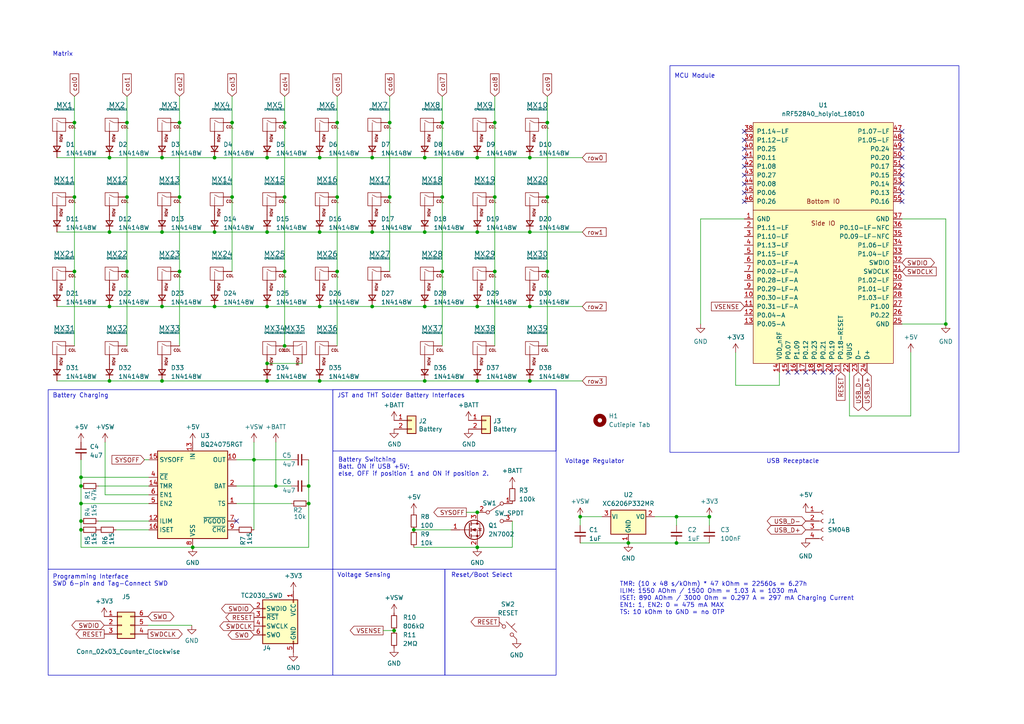
<source format=kicad_sch>
(kicad_sch (version 20230121) (generator eeschema)
  (paper "A4")
  (junction (at 23.495 151.13))
  (junction (at 113.03 35.56))
  (junction (at 128.27 57.15))
  (junction (at 123.19 110.49))
  (junction (at 23.495 153.67))
  (junction (at 120.015 153.67))
  (junction (at 138.43 110.49))
  (junction (at 128.27 78.74))
  (junction (at 52.07 35.56))
  (junction (at 274.32 93.98))
  (junction (at 123.19 67.31))
  (junction (at 153.67 67.31))
  (junction (at 62.23 67.31))
  (junction (at 36.83 57.15))
  (junction (at 182.245 157.48))
  (junction (at 80.01 140.97))
  (junction (at 143.51 57.15))
  (junction (at 138.43 148.59))
  (junction (at 138.43 88.9))
  (junction (at 36.83 78.74))
  (junction (at 113.03 57.15))
  (junction (at 46.99 88.9))
  (junction (at 92.71 67.31))
  (junction (at 31.75 88.9))
  (junction (at 21.59 78.74))
  (junction (at 97.79 35.56))
  (junction (at 77.47 45.72))
  (junction (at 82.55 78.74))
  (junction (at 31.75 45.72))
  (junction (at 196.215 149.86))
  (junction (at 52.07 78.74))
  (junction (at 82.55 57.15))
  (junction (at 73.66 133.35))
  (junction (at 36.83 35.56))
  (junction (at 168.275 149.86))
  (junction (at 107.95 88.9))
  (junction (at 123.19 88.9))
  (junction (at 107.95 45.72))
  (junction (at 97.79 78.74))
  (junction (at 158.75 57.15))
  (junction (at 205.74 149.86))
  (junction (at 67.31 57.15))
  (junction (at 92.71 88.9))
  (junction (at 123.19 45.72))
  (junction (at 62.23 88.9))
  (junction (at 114.3 182.88))
  (junction (at 92.71 45.72))
  (junction (at 31.75 67.31))
  (junction (at 97.79 57.15))
  (junction (at 77.47 110.49))
  (junction (at 89.535 140.97))
  (junction (at 67.31 35.56))
  (junction (at 77.47 67.31))
  (junction (at 82.55 100.33))
  (junction (at 23.495 138.43))
  (junction (at 55.88 158.75))
  (junction (at 21.59 35.56))
  (junction (at 92.71 110.49))
  (junction (at 23.495 146.05))
  (junction (at 46.99 67.31))
  (junction (at 138.43 45.72))
  (junction (at 23.495 140.97))
  (junction (at 21.59 57.15))
  (junction (at 138.43 67.31))
  (junction (at 62.23 45.72))
  (junction (at 77.47 88.9))
  (junction (at 143.51 78.74))
  (junction (at 89.535 146.05))
  (junction (at 158.75 35.56))
  (junction (at 128.27 35.56))
  (junction (at 52.07 57.15))
  (junction (at 143.51 35.56))
  (junction (at 82.55 35.56))
  (junction (at 196.215 157.48))
  (junction (at 153.67 88.9))
  (junction (at 153.67 110.49))
  (junction (at 107.95 67.31))
  (junction (at 77.47 105.41))
  (junction (at 31.75 110.49))
  (junction (at 153.67 45.72))
  (junction (at 158.75 78.74))
  (junction (at 138.43 158.75))
  (junction (at 46.99 45.72))
  (junction (at 46.99 110.49))
  (no_connect (at 215.9 58.42))
  (no_connect (at 215.9 45.72))
  (no_connect (at 231.14 107.95))
  (no_connect (at 261.62 43.18))
  (no_connect (at 261.62 58.42))
  (no_connect (at 238.76 107.95))
  (no_connect (at 228.6 107.95))
  (no_connect (at 261.62 40.64))
  (no_connect (at 236.22 107.95))
  (no_connect (at 261.62 38.1))
  (no_connect (at 215.9 43.18))
  (no_connect (at 261.62 45.72))
  (no_connect (at 215.9 40.64))
  (no_connect (at 215.9 50.8))
  (no_connect (at 261.62 53.34))
  (no_connect (at 261.62 55.88))
  (no_connect (at 233.68 107.95))
  (no_connect (at 215.9 38.1))
  (no_connect (at 215.9 55.88))
  (no_connect (at 261.62 48.26))
  (no_connect (at 215.9 48.26))
  (no_connect (at 241.3 107.95))
  (no_connect (at 215.9 53.34))
  (no_connect (at 68.58 151.13))
  (no_connect (at 261.62 50.8))
  (wire (pts (xy 246.38 120.65) (xy 264.16 120.65)))
  (wire (pts (xy 153.67 67.31) (xy 138.43 67.31)))
  (wire (pts (xy 16.51 88.9) (xy 31.75 88.9)))
  (wire (pts (xy 36.83 35.56) (xy 36.83 57.15)))
  (wire (pts (xy 46.99 45.72) (xy 62.23 45.72)))
  (wire (pts (xy 111.125 182.88) (xy 114.3 182.88)))
  (wire (pts (xy 97.79 57.15) (xy 97.79 78.74)))
  (wire (pts (xy 67.31 35.56) (xy 67.31 57.15)))
  (wire (pts (xy 148.59 158.75) (xy 138.43 158.75)))
  (wire (pts (xy 43.18 146.05) (xy 23.495 146.05)))
  (wire (pts (xy 261.62 93.98) (xy 274.32 93.98)))
  (wire (pts (xy 213.36 102.235) (xy 213.36 111.76)))
  (wire (pts (xy 28.575 151.13) (xy 43.18 151.13)))
  (wire (pts (xy 77.47 110.49) (xy 92.71 110.49)))
  (wire (pts (xy 77.47 105.41) (xy 87.63 105.41)))
  (wire (pts (xy 138.43 45.72) (xy 153.67 45.72)))
  (wire (pts (xy 80.01 140.97) (xy 84.455 140.97)))
  (wire (pts (xy 23.495 151.13) (xy 23.495 153.67)))
  (wire (pts (xy 123.19 45.72) (xy 138.43 45.72)))
  (wire (pts (xy 82.55 35.56) (xy 82.55 57.15)))
  (wire (pts (xy 97.79 27.94) (xy 97.79 35.56)))
  (wire (pts (xy 52.07 78.74) (xy 52.07 100.33)))
  (wire (pts (xy 143.51 27.94) (xy 143.51 35.56)))
  (wire (pts (xy 52.07 35.56) (xy 52.07 57.15)))
  (wire (pts (xy 153.67 88.9) (xy 168.91 88.9)))
  (wire (pts (xy 30.48 143.51) (xy 30.48 128.27)))
  (wire (pts (xy 107.95 67.31) (xy 92.71 67.31)))
  (wire (pts (xy 128.27 27.94) (xy 128.27 35.56)))
  (wire (pts (xy 196.215 149.86) (xy 196.215 152.4)))
  (wire (pts (xy 21.59 35.56) (xy 21.59 57.15)))
  (wire (pts (xy 67.31 57.15) (xy 67.31 78.74)))
  (wire (pts (xy 23.495 133.35) (xy 23.495 138.43)))
  (wire (pts (xy 123.19 88.9) (xy 138.43 88.9)))
  (wire (pts (xy 23.495 140.97) (xy 23.495 138.43)))
  (wire (pts (xy 138.43 88.9) (xy 153.67 88.9)))
  (wire (pts (xy 46.99 110.49) (xy 77.47 110.49)))
  (wire (pts (xy 107.95 88.9) (xy 123.19 88.9)))
  (wire (pts (xy 158.75 35.56) (xy 158.75 57.15)))
  (wire (pts (xy 92.71 110.49) (xy 123.19 110.49)))
  (wire (pts (xy 31.75 45.72) (xy 46.99 45.72)))
  (wire (pts (xy 52.07 57.15) (xy 52.07 78.74)))
  (wire (pts (xy 92.71 88.9) (xy 107.95 88.9)))
  (wire (pts (xy 168.275 149.86) (xy 174.625 149.86)))
  (wire (pts (xy 168.275 157.48) (xy 182.245 157.48)))
  (wire (pts (xy 31.75 88.9) (xy 46.99 88.9)))
  (wire (pts (xy 168.91 67.31) (xy 153.67 67.31)))
  (wire (pts (xy 68.58 146.05) (xy 84.455 146.05)))
  (wire (pts (xy 16.51 45.72) (xy 31.75 45.72)))
  (wire (pts (xy 158.75 27.94) (xy 158.75 35.56)))
  (wire (pts (xy 92.71 67.31) (xy 77.47 67.31)))
  (wire (pts (xy 153.67 110.49) (xy 168.91 110.49)))
  (wire (pts (xy 62.23 67.31) (xy 46.99 67.31)))
  (wire (pts (xy 62.23 88.9) (xy 77.47 88.9)))
  (wire (pts (xy 23.495 138.43) (xy 43.18 138.43)))
  (wire (pts (xy 77.47 88.9) (xy 92.71 88.9)))
  (wire (pts (xy 89.535 140.97) (xy 89.535 146.05)))
  (wire (pts (xy 92.71 45.72) (xy 107.95 45.72)))
  (wire (pts (xy 77.47 67.31) (xy 62.23 67.31)))
  (wire (pts (xy 143.51 57.15) (xy 143.51 78.74)))
  (wire (pts (xy 182.245 157.48) (xy 196.215 157.48)))
  (wire (pts (xy 43.18 143.51) (xy 30.48 143.51)))
  (wire (pts (xy 215.9 63.5) (xy 203.2 63.5)))
  (wire (pts (xy 62.23 45.72) (xy 77.47 45.72)))
  (wire (pts (xy 189.865 149.86) (xy 196.215 149.86)))
  (wire (pts (xy 21.59 78.74) (xy 21.59 100.33)))
  (wire (pts (xy 143.51 78.74) (xy 143.51 100.33)))
  (wire (pts (xy 52.07 27.94) (xy 52.07 35.56)))
  (wire (pts (xy 36.83 27.94) (xy 36.83 35.56)))
  (wire (pts (xy 89.535 133.35) (xy 89.535 140.97)))
  (wire (pts (xy 23.495 146.05) (xy 23.495 151.13)))
  (wire (pts (xy 274.32 93.98) (xy 274.32 63.5)))
  (wire (pts (xy 107.95 45.72) (xy 123.19 45.72)))
  (wire (pts (xy 89.535 146.05) (xy 89.535 158.75)))
  (wire (pts (xy 113.03 35.56) (xy 113.03 57.15)))
  (wire (pts (xy 196.215 149.86) (xy 205.74 149.86)))
  (wire (pts (xy 73.66 133.35) (xy 84.455 133.35)))
  (wire (pts (xy 41.91 133.35) (xy 43.18 133.35)))
  (wire (pts (xy 68.58 140.97) (xy 80.01 140.97)))
  (wire (pts (xy 82.55 78.74) (xy 82.55 100.33)))
  (wire (pts (xy 16.51 110.49) (xy 31.75 110.49)))
  (wire (pts (xy 128.27 57.15) (xy 128.27 78.74)))
  (wire (pts (xy 213.36 111.76) (xy 226.06 111.76)))
  (wire (pts (xy 82.55 27.94) (xy 82.55 35.56)))
  (wire (pts (xy 68.58 133.35) (xy 73.66 133.35)))
  (wire (pts (xy 120.015 158.75) (xy 138.43 158.75)))
  (wire (pts (xy 274.32 63.5) (xy 261.62 63.5)))
  (wire (pts (xy 246.38 107.95) (xy 246.38 120.65)))
  (wire (pts (xy 158.75 57.15) (xy 158.75 78.74)))
  (wire (pts (xy 143.51 35.56) (xy 143.51 57.15)))
  (wire (pts (xy 89.535 158.75) (xy 55.88 158.75)))
  (wire (pts (xy 28.575 140.97) (xy 43.18 140.97)))
  (wire (pts (xy 113.03 57.15) (xy 113.03 78.74)))
  (wire (pts (xy 158.75 78.74) (xy 158.75 100.33)))
  (wire (pts (xy 226.06 107.95) (xy 226.06 111.76)))
  (wire (pts (xy 128.27 35.56) (xy 128.27 57.15)))
  (wire (pts (xy 55.88 158.75) (xy 23.495 158.75)))
  (wire (pts (xy 46.99 67.31) (xy 31.75 67.31)))
  (wire (pts (xy 168.275 149.86) (xy 168.275 152.4)))
  (wire (pts (xy 31.75 67.31) (xy 16.51 67.31)))
  (wire (pts (xy 46.99 88.9) (xy 62.23 88.9)))
  (wire (pts (xy 128.27 78.74) (xy 128.27 100.33)))
  (wire (pts (xy 73.66 133.35) (xy 73.66 153.67)))
  (wire (pts (xy 67.31 27.94) (xy 67.31 35.56)))
  (wire (pts (xy 73.66 128.27) (xy 73.66 133.35)))
  (wire (pts (xy 36.83 78.74) (xy 36.83 100.33)))
  (wire (pts (xy 148.59 151.13) (xy 148.59 158.75)))
  (wire (pts (xy 203.2 63.5) (xy 203.2 93.98)))
  (wire (pts (xy 31.75 110.49) (xy 46.99 110.49)))
  (wire (pts (xy 97.79 35.56) (xy 97.79 57.15)))
  (wire (pts (xy 113.03 27.94) (xy 113.03 35.56)))
  (wire (pts (xy 33.655 153.67) (xy 43.18 153.67)))
  (wire (pts (xy 123.19 110.49) (xy 138.43 110.49)))
  (wire (pts (xy 36.83 57.15) (xy 36.83 78.74)))
  (wire (pts (xy 135.255 148.59) (xy 138.43 148.59)))
  (wire (pts (xy 80.01 140.97) (xy 80.01 128.27)))
  (wire (pts (xy 123.19 67.31) (xy 107.95 67.31)))
  (wire (pts (xy 77.47 45.72) (xy 92.71 45.72)))
  (wire (pts (xy 153.67 45.72) (xy 168.91 45.72)))
  (wire (pts (xy 42.926 181.356) (xy 55.626 181.356)))
  (wire (pts (xy 21.59 57.15) (xy 21.59 78.74)))
  (wire (pts (xy 120.015 153.67) (xy 130.81 153.67)))
  (wire (pts (xy 264.16 102.235) (xy 264.16 120.65)))
  (wire (pts (xy 21.59 27.94) (xy 21.59 35.56)))
  (wire (pts (xy 23.495 140.97) (xy 23.495 146.05)))
  (wire (pts (xy 196.215 157.48) (xy 205.74 157.48)))
  (wire (pts (xy 23.495 158.75) (xy 23.495 153.67)))
  (wire (pts (xy 205.74 149.86) (xy 205.74 152.4)))
  (wire (pts (xy 97.79 78.74) (xy 97.79 100.33)))
  (wire (pts (xy 138.43 67.31) (xy 123.19 67.31)))
  (wire (pts (xy 82.55 57.15) (xy 82.55 78.74)))
  (wire (pts (xy 138.43 110.49) (xy 153.67 110.49)))
  (rectangle (start 13.97 113.03) (end 96.52 165.1))
  (rectangle (start 96.52 113.03) (end 161.29 130.81))
  (rectangle (start 96.52 165.1) (end 129.032 195.834))
  (rectangle (start 194.31 19.05) (end 278.13 131.191))
  (rectangle (start 13.97 165.1) (end 96.52 195.834))
  (rectangle (start 129.032 165.1) (end 161.29 195.834))
  (rectangle (start 96.52 113.03) (end 161.29 165.1))
  (text "MCU Module\n" (at 195.58 22.86 0) (effects (font (size 1.27 1.27)) (justify left bottom)))
  (text "Reset/Boot Select\n" (at 130.81 167.64 0) (effects (font (size 1.27 1.27)) (justify left bottom)))
  (text "Programming Interface\nSWD 6-pin and Tag-Connect SWD" (at 15.24 170.18 0) (effects (font (size 1.27 1.27)) (justify left bottom)))
  (text "Matrix" (at 15.24 16.51 0) (effects (font (size 1.27 1.27)) (justify left bottom)))
  (text "JST and THT Solder Battery Interfaces\n" (at 97.79 115.57 0) (effects (font (size 1.27 1.27)) (justify left bottom)))
  (text "TMR: (10 x 48 s/kOhm) * 47 kOhm = 22560s = 6.27h\nILIM: 1550 AOhm / 1500 Ohm = 1.03 A = 1030 mA\nISET: 890 AOhm / 3000 Ohm = 0.297 A = 297 mA Charging Current\nEN1: 1, EN2: 0 = 475 mA MAX\nTS: 10 kOhm to GND = no OTP" (at 179.705 178.435 0) (effects (font (size 1.27 1.27)) (justify left bottom)))
  (text "USB Receptacle" (at 222.25 134.62 0) (effects (font (size 1.27 1.27)) (justify left bottom)))
  (text "Voltage Sensing" (at 97.79 167.64 0) (effects (font (size 1.27 1.27)) (justify left bottom)))
  (text "Battery Charging" (at 15.24 115.57 0) (effects (font (size 1.27 1.27)) (justify left bottom)))
  (text "Battery Switching\nBatt. ON if USB +5V;\nelse, OFF if position 1 and ON if position 2." (at 98.044 138.303 0) (effects (font (size 1.27 1.27)) (justify left bottom)))
  (text "Voltage Regulator\n" (at 163.83 134.62 0) (effects (font (size 1.27 1.27)) (justify left bottom)))
  (global_label "col1" (shape input) (at 36.83 27.94 90) (property "Intersheetrefs" "${INTERSHEET_REFS}" (effects hide)))
  (global_label "col5" (shape input) (at 311.15 41.91 0) (property "Intersheetrefs" "${INTERSHEET_REFS}" (effects hide)))
  (global_label "USB_D-" (shape bidirectional) (at 248.92 107.95 270) (property "Intersheetrefs" "${INTERSHEET_REFS}" (effects hide)))
  (global_label "col1" (shape input) (at 311.15 26.67 0) (property "Intersheetrefs" "${INTERSHEET_REFS}" (effects hide)))
  (global_label "col7" (shape input) (at 128.27 27.94 90) (property "Intersheetrefs" "${INTERSHEET_REFS}" (effects hide)))
  (global_label "RESET" (shape output) (at 30.226 183.896 180) (property "Intersheetrefs" "${INTERSHEET_REFS}" (effects hide)))
  (global_label "SWDCLK" (shape output) (at 73.66 181.61 180) (property "Intersheetrefs" "${INTERSHEET_REFS}" (effects hide)))
  (global_label "col0" (shape input) (at 311.15 22.86 0) (property "Intersheetrefs" "${INTERSHEET_REFS}" (effects hide)))
  (global_label "col3" (shape input) (at 67.31 27.94 90) (property "Intersheetrefs" "${INTERSHEET_REFS}" (effects hide)))
  (global_label "col5" (shape input) (at 97.79 27.94 90) (property "Intersheetrefs" "${INTERSHEET_REFS}" (effects hide)))
  (global_label "col9" (shape input) (at 311.15 57.15 0) (property "Intersheetrefs" "${INTERSHEET_REFS}" (effects hide)))
  (global_label "USB_D+" (shape bidirectional) (at 233.68 153.67 180) (property "Intersheetrefs" "${INTERSHEET_REFS}" (effects hide)))
  (global_label "row1" (shape input) (at 168.91 67.31 0) (property "Intersheetrefs" "${INTERSHEET_REFS}" (effects hide)))
  (global_label "row3" (shape input) (at 168.91 110.49 0) (property "Intersheetrefs" "${INTERSHEET_REFS}" (effects hide)))
  (global_label "VSENSE" (shape input) (at 215.9 88.9 180) (property "Intersheetrefs" "${INTERSHEET_REFS}" (effects hide)))
  (global_label "col2" (shape input) (at 52.07 27.94 90) (property "Intersheetrefs" "${INTERSHEET_REFS}" (effects hide)))
  (global_label "SWDCLK" (shape input) (at 261.62 78.74 0) (property "Intersheetrefs" "${INTERSHEET_REFS}" (effects hide)))
  (global_label "col3" (shape input) (at 311.15 34.29 0) (property "Intersheetrefs" "${INTERSHEET_REFS}" (effects hide)))
  (global_label "SWO" (shape bidirectional) (at 73.66 184.15 180) (property "Intersheetrefs" "${INTERSHEET_REFS}" (effects hide)))
  (global_label "USB_D-" (shape bidirectional) (at 233.68 151.13 180) (property "Intersheetrefs" "${INTERSHEET_REFS}" (effects hide)))
  (global_label "VSENSE" (shape output) (at 111.125 182.88 180) (property "Intersheetrefs" "${INTERSHEET_REFS}" (effects hide)))
  (global_label "row0" (shape input) (at 168.91 45.72 0) (property "Intersheetrefs" "${INTERSHEET_REFS}" (effects hide)))
  (global_label "row2" (shape input) (at 168.91 88.9 0) (property "Intersheetrefs" "${INTERSHEET_REFS}" (effects hide)))
  (global_label "SWO" (shape bidirectional) (at 42.926 178.816 0) (property "Intersheetrefs" "${INTERSHEET_REFS}" (effects hide)))
  (global_label "row1" (shape input) (at 323.85 26.67 0) (property "Intersheetrefs" "${INTERSHEET_REFS}" (effects hide)))
  (global_label "SYSOFF" (shape output) (at 135.255 148.59 180) (property "Intersheetrefs" "${INTERSHEET_REFS}" (effects hide)))
  (global_label "col8" (shape input) (at 143.51 27.94 90) (property "Intersheetrefs" "${INTERSHEET_REFS}" (effects hide)))
  (global_label "USB_D+" (shape bidirectional) (at 251.46 107.95 270) (property "Intersheetrefs" "${INTERSHEET_REFS}" (effects hide)))
  (global_label "col6" (shape input) (at 311.15 45.72 0) (property "Intersheetrefs" "${INTERSHEET_REFS}" (effects hide)))
  (global_label "row0" (shape input) (at 323.85 22.86 0) (property "Intersheetrefs" "${INTERSHEET_REFS}" (effects hide)))
  (global_label "col7" (shape input) (at 311.15 49.53 0) (property "Intersheetrefs" "${INTERSHEET_REFS}" (effects hide)))
  (global_label "col2" (shape input) (at 311.15 30.48 0) (property "Intersheetrefs" "${INTERSHEET_REFS}" (effects hide)))
  (global_label "col9" (shape input) (at 158.75 27.94 90) (property "Intersheetrefs" "${INTERSHEET_REFS}" (effects hide)))
  (global_label "col4" (shape input) (at 311.15 38.1 0) (property "Intersheetrefs" "${INTERSHEET_REFS}" (effects hide)))
  (global_label "SWDCLK" (shape output) (at 42.926 183.896 0) (property "Intersheetrefs" "${INTERSHEET_REFS}" (effects hide)))
  (global_label "RESET" (shape output) (at 144.78 180.34 180) (property "Intersheetrefs" "${INTERSHEET_REFS}" (effects hide)))
  (global_label "row3" (shape input) (at 323.85 34.29 0) (property "Intersheetrefs" "${INTERSHEET_REFS}" (effects hide)))
  (global_label "RESET" (shape output) (at 73.66 179.07 180) (property "Intersheetrefs" "${INTERSHEET_REFS}" (effects hide)))
  (global_label "RESET" (shape input) (at 243.84 107.95 270) (property "Intersheetrefs" "${INTERSHEET_REFS}" (effects hide)))
  (global_label "SWDIO" (shape bidirectional) (at 30.226 181.356 180) (property "Intersheetrefs" "${INTERSHEET_REFS}" (effects hide)))
  (global_label "SYSOFF" (shape input) (at 41.91 133.35 180) (property "Intersheetrefs" "${INTERSHEET_REFS}" (effects hide)))
  (global_label "row2" (shape input) (at 323.85 30.48 0) (property "Intersheetrefs" "${INTERSHEET_REFS}" (effects hide)))
  (global_label "col0" (shape input) (at 21.59 27.94 90) (property "Intersheetrefs" "${INTERSHEET_REFS}" (effects hide)))
  (global_label "col8" (shape input) (at 311.15 53.34 0) (property "Intersheetrefs" "${INTERSHEET_REFS}" (effects hide)))
  (global_label "SWDIO" (shape bidirectional) (at 73.66 176.53 180) (property "Intersheetrefs" "${INTERSHEET_REFS}" (effects hide)))
  (global_label "col6" (shape input) (at 113.03 27.94 90) (property "Intersheetrefs" "${INTERSHEET_REFS}" (effects hide)))
  (global_label "SWDIO" (shape bidirectional) (at 261.62 76.2 0) (property "Intersheetrefs" "${INTERSHEET_REFS}" (effects hide)))
  (global_label "col4" (shape input) (at 82.55 27.94 90) (property "Intersheetrefs" "${INTERSHEET_REFS}" (effects hide)))
  (symbol (lib_id "Device:D_Small") (at 153.67 107.95 90) (unit 1)
    (property "Reference" "D38" (at 156.21 106.68 90) (effects (justify right)))
    (property "Value" "1N4148W" (at 156.21 109.22 90) (effects (justify right)))
    (property "Footprint" "Diode_SMD:D_SOD-123" (effects hide))
  )
  (symbol (lib_id "Device:R_Small") (at 114.3 180.34 0) (unit 1)
    (property "Reference" "R10" (at 116.84 179.0699 0) (effects (justify left)))
    (property "Value" "806kΩ" (at 116.84 181.6099 0) (effects (justify left)))
    (property "Footprint" "Resistor_SMD:R_0402_1005Metric" (effects hide))
    (property "LCSC" "C3016043" (effects hide))
  )
  (symbol (lib_id "Switch:SW_SPDT") (at 143.51 148.59 0) (unit 1)
    (property "Reference" "SW1" (at 141.986 145.923 0))
    (property "Value" "SW_SPDT" (at 147.701 148.844 0))
    (property "Footprint" "Button_Switch_SMD:SW_SPDT_PCM12" (effects hide))
    (property "LCSC" "C221841" (effects hide))
  )
  (symbol (lib_id "Device:R_Small") (at 26.035 151.13 90) (unit 1)
    (property "Reference" "R4" (at 25.4 149.86 0) (effects (justify left)))
    (property "Value" "1k5" (at 27.305 149.86 0) (effects (justify left)))
    (property "Footprint" "Resistor_SMD:R_0402_1005Metric" (effects hide))
    (property "LCSC" "C3015796" (effects hide))
  )
  (symbol (lib_id "Connector_Generic_MountingPin:Conn_01x02_MountingPin") (at 140.97 121.92 0) (unit 1) (in_bom no)
    (property "Reference" "J3" (at 143.002 122.1232 0) (effects (justify left)))
    (property "Value" "Battery" (at 143.002 124.4346 0) (effects (justify left)))
    (property "Footprint" "Connector_JST:JST_PH_S2B-PH-K_1x02_P2.00mm_Horizontal" (effects hide))
    (property "Note" "THT solder interface for LiPo battery" (effects hide))
  )
  (symbol (lib_id "Device:R_Small") (at 71.12 153.67 90) (unit 1)
    (property "Reference" "R7" (at 70.485 156.845 0))
    (property "Value" "1k5" (at 72.39 156.21 0))
    (property "Footprint" "Resistor_SMD:R_0402_1005Metric" (effects hide))
    (property "LCSC" "C3015796" (effects hide))
  )
  (symbol (lib_id "power:+5V") (at 23.495 128.27 0) (unit 1)
    (property "Reference" "#PWR014" (effects hide))
    (property "Value" "+5V" (at 23.495 123.825 0))
  )
  (symbol (lib_id "power:GND") (at 114.3 187.96 0) (unit 1)
    (property "Reference" "#PWR027" (effects hide))
    (property "Value" "GND" (at 114.3 192.405 0))
  )
  (symbol (lib_id "cipulot_parts:MX-NoLED") (at 154.94 36.83 0) (unit 1)
    (property "Reference" "MX10" (at 155.8256 30.48 0) (effects (font (size 1.524 1.524))))
    (property "Value" "CPG151101S11" (at 155.8256 31.75 0) (effects (font (size 0.508 0.508))))
    (property "Footprint" "MX_Only:MXOnly-1.5U-Hotswap" (effects hide))
    (property "LCSC" "C2803348" (effects hide))
  )
  (symbol (lib_id "cipulot_parts:MX-NoLED") (at 93.98 36.83 0) (unit 1)
    (property "Reference" "MX6" (at 94.8656 30.48 0) (effects (font (size 1.524 1.524))))
    (property "Value" "CPG151101S11" (at 94.8656 31.75 0) (effects (font (size 0.508 0.508))))
    (property "Footprint" "MX_Only:MXOnly-1U-Hotswap" (effects hide))
    (property "LCSC" "C2803348" (effects hide))
  )
  (symbol (lib_id "Connector_Generic:Conn_02x03_Counter_Clockwise") (at 35.306 181.356 0) (unit 1)
    (property "Reference" "J5" (at 36.576 173.101 0))
    (property "Value" "Conn_02x03_Counter_Clockwise" (at 37.211 188.976 0))
    (property "Footprint" "Connector_PinHeader_2.54mm:PinHeader_2x03_P2.54mm_Vertical" (effects hide))
  )
  (symbol (lib_id "Device:D_Small") (at 62.23 86.36 90) (unit 1)
    (property "Reference" "D24" (at 64.77 85.09 90) (effects (justify right)))
    (property "Value" "1N4148W" (at 64.77 87.63 90) (effects (justify right)))
    (property "Footprint" "Diode_SMD:D_SOD-123" (effects hide))
  )
  (symbol (lib_id "power:GND") (at 233.68 156.21 0) (unit 1)
    (property "Reference" "#PWR02" (effects hide))
    (property "Value" "GND" (at 233.68 161.29 0))
  )
  (symbol (lib_id "Device:D_Small") (at 31.75 64.77 90) (unit 1)
    (property "Reference" "D12" (at 34.29 63.5 90) (effects (justify right)))
    (property "Value" "1N4148W" (at 34.29 66.04 90) (effects (justify right)))
    (property "Footprint" "Diode_SMD:D_SOD-123" (effects hide))
  )
  (symbol (lib_id "Device:D_Small") (at 77.47 107.95 90) (unit 1)
    (property "Reference" "D34" (at 80.01 106.68 90) (effects (justify right)))
    (property "Value" "1N4148W" (at 80.01 109.22 90) (effects (justify right)))
    (property "Footprint" "Diode_SMD:D_SOD-123" (effects hide))
  )
  (symbol (lib_id "cipulot_parts:MX-NoLED") (at 139.7 36.83 0) (unit 1)
    (property "Reference" "MX9" (at 140.5856 30.48 0) (effects (font (size 1.524 1.524))))
    (property "Value" "CPG151101S11" (at 140.5856 31.75 0) (effects (font (size 0.508 0.508))))
    (property "Footprint" "MX_Only:MXOnly-1U-Hotswap" (effects hide))
    (property "LCSC" "C2803348" (effects hide))
  )
  (symbol (lib_id "Device:R_Small") (at 31.115 153.67 90) (unit 1)
    (property "Reference" "R6" (at 30.48 158.115 0) (effects (justify left)))
    (property "Value" "1k5" (at 32.385 158.115 0) (effects (justify left)))
    (property "Footprint" "Resistor_SMD:R_0402_1005Metric" (effects hide))
    (property "LCSC" "C3015796" (effects hide))
  )
  (symbol (lib_id "cipulot_parts:MX-NoLED") (at 63.5 36.83 0) (unit 1)
    (property "Reference" "MX4" (at 64.3856 30.48 0) (effects (font (size 1.524 1.524))))
    (property "Value" "CPG151101S11" (at 64.3856 31.75 0) (effects (font (size 0.508 0.508))))
    (property "Footprint" "MX_Only:MXOnly-1U-Hotswap" (effects hide))
    (property "LCSC" "C2803348" (effects hide))
  )
  (symbol (lib_id "Device:D_Small") (at 153.67 86.36 90) (unit 1)
    (property "Reference" "D30" (at 156.21 85.09 90) (effects (justify right)))
    (property "Value" "1N4148W" (at 156.21 87.63 90) (effects (justify right)))
    (property "Footprint" "Diode_SMD:D_SOD-123" (effects hide))
  )
  (symbol (lib_id "cipulot_parts:MX-NoLED") (at 124.46 58.42 0) (unit 1)
    (property "Reference" "MX18" (at 125.3456 52.07 0) (effects (font (size 1.524 1.524))))
    (property "Value" "CPG151101S11" (at 125.3456 53.34 0) (effects (font (size 0.508 0.508))))
    (property "Footprint" "MX_Only:MXOnly-1U-Hotswap" (effects hide))
    (property "LCSC" "C2803348" (effects hide))
  )
  (symbol (lib_id "power:GND") (at 138.43 158.75 0) (unit 1)
    (property "Reference" "#PWR022" (effects hide))
    (property "Value" "GND" (at 138.43 163.195 0))
  )
  (symbol (lib_id "Device:D_Small") (at 138.43 86.36 90) (unit 1)
    (property "Reference" "D29" (at 140.97 85.09 90) (effects (justify right)))
    (property "Value" "1N4148W" (at 140.97 87.63 90) (effects (justify right)))
    (property "Footprint" "Diode_SMD:D_SOD-123" (effects hide))
  )
  (symbol (lib_id "cipulot_parts:MX-NoLED") (at 124.46 80.01 0) (unit 1)
    (property "Reference" "MX28" (at 125.3456 73.66 0) (effects (font (size 1.524 1.524))))
    (property "Value" "CPG151101S11" (at 125.3456 74.93 0) (effects (font (size 0.508 0.508))))
    (property "Footprint" "MX_Only:MXOnly-1U-Hotswap" (effects hide))
    (property "LCSC" "C2803348" (effects hide))
  )
  (symbol (lib_id "cipulot_parts:MX-NoLED") (at 17.78 80.01 0) (unit 1)
    (property "Reference" "MX21" (at 18.6656 73.66 0) (effects (font (size 1.524 1.524))))
    (property "Value" "CPG151101S11" (at 18.6656 74.93 0) (effects (font (size 0.508 0.508))))
    (property "Footprint" "MX_Only:MXOnly-1.5U-Hotswap" (effects hide))
    (property "LCSC" "C2803348" (effects hide))
  )
  (symbol (lib_id "Device:D_Small") (at 123.19 64.77 90) (unit 1)
    (property "Reference" "D18" (at 125.73 63.5 90) (effects (justify right)))
    (property "Value" "1N4148W" (at 125.73 66.04 90) (effects (justify right)))
    (property "Footprint" "Diode_SMD:D_SOD-123" (effects hide))
  )
  (symbol (lib_id "power:GND") (at 135.89 124.46 0) (unit 1)
    (property "Reference" "#PWR013" (effects hide))
    (property "Value" "GND" (at 136.017 128.8542 0))
  )
  (symbol (lib_id "cipulot_parts:MX-NoLED") (at 154.94 101.6 0) (unit 1)
    (property "Reference" "MX39" (at 155.8256 95.25 0) (effects (font (size 1.524 1.524))))
    (property "Value" "CPG151101S11" (at 155.8256 96.52 0) (effects (font (size 0.508 0.508))))
    (property "Footprint" "MX_Only:MXOnly-1U-Hotswap" (effects hide))
    (property "LCSC" "C2803348" (effects hide))
  )
  (symbol (lib_id "cipulot_parts:MX-NoLED") (at 63.5 80.01 0) (unit 1)
    (property "Reference" "MX24" (at 64.3856 73.66 0) (effects (font (size 1.524 1.524))))
    (property "Value" "CPG151101S11" (at 64.3856 74.93 0) (effects (font (size 0.508 0.508))))
    (property "Footprint" "MX_Only:MXOnly-1U-Hotswap" (effects hide))
    (property "LCSC" "C2803348" (effects hide))
  )
  (symbol (lib_id "cipulot_parts:MX-NoLED") (at 93.98 80.01 0) (unit 1)
    (property "Reference" "MX26" (at 94.8656 73.66 0) (effects (font (size 1.524 1.524))))
    (property "Value" "CPG151101S11" (at 94.8656 74.93 0) (effects (font (size 0.508 0.508))))
    (property "Footprint" "MX_Only:MXOnly-1U-Hotswap" (effects hide))
    (property "LCSC" "C2803348" (effects hide))
  )
  (symbol (lib_id "Battery_Management:BQ24075RGT") (at 55.88 143.51 0) (unit 1)
    (property "Reference" "U3" (at 58.0741 126.365 0) (effects (justify left)))
    (property "Value" "BQ24075RGT" (at 58.0741 128.905 0) (effects (justify left)))
    (property "Footprint" "Package_DFN_QFN:VQFN-16-1EP_3x3mm_P0.5mm_EP1.6x1.6mm" (effects hide))
    (property "Datasheet" "http://www.ti.com/lit/ds/symlink/bq24075.pdf" (effects hide))
    (property "LCSC" "C2865459" (effects hide))
  )
  (symbol (lib_id "Device:D_Small") (at 153.67 64.77 90) (unit 1)
    (property "Reference" "D20" (at 156.21 63.5 90) (effects (justify right)))
    (property "Value" "1N4148W" (at 156.21 66.04 90) (effects (justify right)))
    (property "Footprint" "Diode_SMD:D_SOD-123" (effects hide))
  )
  (symbol (lib_id "Device:R_Small") (at 148.59 143.51 0) (unit 1)
    (property "Reference" "R3" (at 150.495 142.24 0) (effects (justify left)))
    (property "Value" "100k" (at 150.495 144.78 0) (effects (justify left)))
    (property "Footprint" "Resistor_SMD:R_0402_1005Metric" (effects hide))
    (property "LCSC" "C319963" (effects hide))
  )
  (symbol (lib_id "Device:C_Small") (at 168.275 154.94 180) (unit 1)
    (property "Reference" "C1" (at 170.815 153.6636 0) (effects (justify right)))
    (property "Value" "1uF" (at 170.815 156.2036 0) (effects (justify right)))
    (property "Footprint" "Capacitor_SMD:C_0402_1005Metric" (effects hide))
    (property "LCSC" "C52923" (effects hide))
  )
  (symbol (lib_id "Device:D_Small") (at 62.23 43.18 90) (unit 1)
    (property "Reference" "D4" (at 64.77 41.91 90) (effects (justify right)))
    (property "Value" "1N4148W" (at 64.77 44.45 90) (effects (justify right)))
    (property "Footprint" "Diode_SMD:D_SOD-123" (effects hide))
  )
  (symbol (lib_id "cipulot_parts:MX-NoLED") (at 17.78 36.83 0) (unit 1)
    (property "Reference" "MX1" (at 18.6656 30.48 0) (effects (font (size 1.524 1.524))))
    (property "Value" "CPG151101S11" (at 18.6656 31.75 0) (effects (font (size 0.508 0.508))))
    (property "Footprint" "MX_Only:MXOnly-1U-Hotswap" (effects hide))
    (property "Datasheet" "https://datasheet.lcsc.com/lcsc/2202281830_Kailh-CPG151101S11_C2803348.pdf" (effects hide))
    (property "LCSC" "C2803348" (effects hide))
  )
  (symbol (lib_id "Device:D_Small") (at 31.75 107.95 90) (unit 1)
    (property "Reference" "D32" (at 34.29 106.68 90) (effects (justify right)))
    (property "Value" "1N4148W" (at 34.29 109.22 90) (effects (justify right)))
    (property "Footprint" "Diode_SMD:D_SOD-123" (effects hide))
  )
  (symbol (lib_id "power:+BATT") (at 135.89 121.92 0) (unit 1)
    (property "Reference" "#PWR011" (effects hide))
    (property "Value" "+BATT" (at 135.89 117.475 0))
  )
  (symbol (lib_id "Device:D_Small") (at 153.67 43.18 90) (unit 1)
    (property "Reference" "D10" (at 156.21 41.91 90) (effects (justify right)))
    (property "Value" "1N4148W" (at 156.21 44.45 90) (effects (justify right)))
    (property "Footprint" "Diode_SMD:D_SOD-123" (effects hide))
  )
  (symbol (lib_id "power:GND") (at 55.626 181.356 0) (unit 1)
    (property "Reference" "#PWR026" (effects hide))
    (property "Value" "GND" (at 55.626 185.801 0))
  )
  (symbol (lib_id "cipulot_parts:MX-NoLED") (at 48.26 101.6 0) (unit 1)
    (property "Reference" "MX33" (at 49.1456 95.25 0) (effects (font (size 1.524 1.524))))
    (property "Value" "CPG151101S11" (at 49.1456 96.52 0) (effects (font (size 0.508 0.508))))
    (property "Footprint" "MX_Only:MXOnly-1U-Hotswap" (effects hide))
    (property "LCSC" "C2803348" (effects hide))
  )
  (symbol (lib_id "cipulot_parts:MX-NoLED") (at 17.78 101.6 0) (unit 1)
    (property "Reference" "MX31" (at 18.6656 95.25 0) (effects (font (size 1.524 1.524))))
    (property "Value" "CPG151101S11" (at 18.6656 96.52 0) (effects (font (size 0.508 0.508))))
    (property "Footprint" "MX_Only:MXOnly-1U-Hotswap" (effects hide))
    (property "LCSC" "C2803348" (effects hide))
  )
  (symbol (lib_id "power:GND") (at 114.3 124.46 0) (unit 1)
    (property "Reference" "#PWR012" (effects hide))
    (property "Value" "GND" (at 114.427 128.8542 0))
  )
  (symbol (lib_id "Device:D_Small") (at 31.75 43.18 90) (unit 1)
    (property "Reference" "D2" (at 34.29 41.91 90) (effects (justify right)))
    (property "Value" "1N4148W" (at 34.29 44.45 90) (effects (justify right)))
    (property "Footprint" "Diode_SMD:D_SOD-123" (effects hide))
  )
  (symbol (lib_id "Device:D_Small") (at 123.19 43.18 90) (unit 1)
    (property "Reference" "D8" (at 125.73 41.91 90) (effects (justify right)))
    (property "Value" "1N4148W" (at 125.73 44.45 90) (effects (justify right)))
    (property "Footprint" "Diode_SMD:D_SOD-123" (effects hide))
  )
  (symbol (lib_id "Device:R_Small") (at 114.3 185.42 0) (unit 1)
    (property "Reference" "R11" (at 116.84 184.1499 0) (effects (justify left)))
    (property "Value" "2MΩ" (at 116.84 186.6899 0) (effects (justify left)))
    (property "Footprint" "Resistor_SMD:R_0402_1005Metric" (effects hide))
    (property "LCSC" "C3015935" (effects hide))
  )
  (symbol (lib_id "Device:C_Small") (at 205.74 154.94 180) (unit 1)
    (property "Reference" "C3" (at 208.915 153.6636 0) (effects (justify right)))
    (property "Value" "100nF" (at 208.915 156.2036 0) (effects (justify right)))
    (property "Footprint" "Capacitor_SMD:C_0402_1005Metric" (effects hide))
    (property "LCSC" "C2655418" (effects hide))
  )
  (symbol (lib_id "Device:D_Small") (at 92.71 107.95 90) (unit 1)
    (property "Reference" "D35" (at 95.25 106.68 90) (effects (justify right)))
    (property "Value" "1N4148W" (at 95.25 109.22 90) (effects (justify right)))
    (property "Footprint" "Diode_SMD:D_SOD-123" (effects hide))
  )
  (symbol (lib_id "Device:D_Small") (at 16.51 64.77 90) (unit 1)
    (property "Reference" "D11" (at 19.05 63.5 90) (effects (justify right)))
    (property "Value" "1N4148W" (at 19.05 66.04 90) (effects (justify right)))
    (property "Footprint" "Diode_SMD:D_SOD-123" (effects hide))
  )
  (symbol (lib_id "power:+3V3") (at 213.36 102.235 0) (unit 1)
    (property "Reference" "#PWR08" (effects hide))
    (property "Value" "+3V3" (at 213.36 97.79 0))
  )
  (symbol (lib_id "Device:D_Small") (at 123.19 107.95 90) (unit 1)
    (property "Reference" "D36" (at 125.73 106.68 90) (effects (justify right)))
    (property "Value" "1N4148W" (at 125.73 109.22 90) (effects (justify right)))
    (property "Footprint" "Diode_SMD:D_SOD-123" (effects hide))
  )
  (symbol (lib_id "power:+VSW") (at 114.3 177.8 0) (unit 1)
    (property "Reference" "#PWR024" (effects hide))
    (property "Value" "+VSW" (at 114.3 173.355 0))
  )
  (symbol (lib_id "cipulot_parts:MX-NoLED") (at 33.02 101.6 0) (unit 1)
    (property "Reference" "MX32" (at 33.9056 95.25 0) (effects (font (size 1.524 1.524))))
    (property "Value" "CPG151101S11" (at 33.9056 96.52 0) (effects (font (size 0.508 0.508))))
    (property "Footprint" "MX_Only:MXOnly-1U-Hotswap" (effects hide))
    (property "LCSC" "C2803348" (effects hide))
  )
  (symbol (lib_id "cipulot_parts:MX-NoLED") (at 33.02 58.42 0) (unit 1)
    (property "Reference" "MX12" (at 33.9056 52.07 0) (effects (font (size 1.524 1.524))))
    (property "Value" "CPG151101S11" (at 33.9056 53.34 0) (effects (font (size 0.508 0.508))))
    (property "Footprint" "MX_Only:MXOnly-1U-Hotswap" (effects hide))
    (property "LCSC" "C2803348" (effects hide))
  )
  (symbol (lib_id "power:+VSW") (at 73.66 128.27 0) (unit 1)
    (property "Reference" "#PWR017" (effects hide))
    (property "Value" "+VSW" (at 73.66 123.825 0))
  )
  (symbol (lib_id "PCM_marbastlib-various:nRF52840_holyiot_18010") (at 238.76 60.96 0) (unit 1) (in_bom no)
    (property "Reference" "U1" (at 238.76 30.48 0))
    (property "Value" "nRF52840_holyiot_18010" (at 238.76 33.02 0))
    (property "Footprint" "PCM_marbastlib-various:nRF52840_holyiot_18010" (effects hide))
    (property "Datasheet" "http://www.holyiot.com/tp/2019042516322180424.pdf" (effects hide))
  )
  (symbol (lib_id "cipulot_parts:MX-NoLED") (at 48.26 36.83 0) (unit 1)
    (property "Reference" "MX3" (at 49.1456 30.48 0) (effects (font (size 1.524 1.524))))
    (property "Value" "CPG151101S11" (at 49.1456 31.75 0) (effects (font (size 0.508 0.508))))
    (property "Footprint" "MX_Only:MXOnly-1U-Hotswap" (effects hide))
    (property "LCSC" "C2803348" (effects hide))
  )
  (symbol (lib_id "Connector:Conn_01x04_Female") (at 238.76 151.13 0) (unit 1)
    (property "Reference" "J1" (at 240.03 151.1299 0) (effects (justify left)))
    (property "Value" "SM04B" (at 240.03 153.6699 0) (effects (justify left)))
    (property "Footprint" "Connector_JST:JST_SH_SM04B-SRSS-TB_1x04-1MP_P1.00mm_Horizontal" (effects hide))
  )
  (symbol (lib_id "cipulot_parts:MX-NoLED") (at 93.98 101.6 0) (unit 1)
    (property "Reference" "MX36" (at 94.8656 95.25 0) (effects (font (size 1.524 1.524))))
    (property "Value" "CPG151101S11" (at 94.8656 96.52 0) (effects (font (size 0.508 0.508))))
    (property "Footprint" "MX_Only:MXOnly-2U-Hotswap-ReversedStabilizers" (effects hide))
    (property "LCSC" "C2803348" (effects hide))
  )
  (symbol (lib_id "power:+BATT") (at 148.59 140.97 0) (unit 1)
    (property "Reference" "#PWR019" (effects hide))
    (property "Value" "+BATT" (at 148.59 136.525 0))
  )
  (symbol (lib_id "Device:D_Small") (at 62.23 64.77 90) (unit 1)
    (property "Reference" "D14" (at 64.77 63.5 90) (effects (justify right)))
    (property "Value" "1N4148W" (at 64.77 66.04 90) (effects (justify right)))
    (property "Footprint" "Diode_SMD:D_SOD-123" (effects hide))
  )
  (symbol (lib_id "Device:D_Small") (at 107.95 86.36 90) (unit 1)
    (property "Reference" "D27" (at 110.49 85.09 90) (effects (justify right)))
    (property "Value" "1N4148W" (at 110.49 87.63 90) (effects (justify right)))
    (property "Footprint" "Diode_SMD:D_SOD-123" (effects hide))
  )
  (symbol (lib_id "cipulot_parts:MX-NoLED") (at 86.36 101.6 0) (mirror y) (unit 1)
    (property "Reference" "MX35" (at 85.4744 95.25 0) (effects (font (size 1.524 1.524))))
    (property "Value" "CPG151101S11" (at 85.4744 96.52 0) (effects (font (size 0.508 0.508))))
    (property "Footprint" "MX_Only:MXOnly-2U-Hotswap-ReversedStabilizers" (effects hide))
    (property "LCSC" "C2803348" (effects hide))
    (property "Note" "Footprint modified to accommodate 4u reversed stabilizer" (effects hide))
  )
  (symbol (lib_id "power:+BATT") (at 80.01 128.27 0) (unit 1)
    (property "Reference" "#PWR018" (effects hide))
    (property "Value" "+BATT" (at 80.01 123.825 0))
  )
  (symbol (lib_id "Device:R_Small") (at 120.015 151.13 0) (unit 1)
    (property "Reference" "R8" (at 121.92 149.86 0) (effects (justify left)))
    (property "Value" "100" (at 121.92 152.4 0) (effects (justify left)))
    (property "Footprint" "Resistor_SMD:R_0402_1005Metric" (effects hide))
    (property "LCSC" "C319948" (effects hide))
  )
  (symbol (lib_id "Device:D_Small") (at 92.71 43.18 90) (unit 1)
    (property "Reference" "D6" (at 95.25 41.91 90) (effects (justify right)))
    (property "Value" "1N4148W" (at 95.25 44.45 90) (effects (justify right)))
    (property "Footprint" "Diode_SMD:D_SOD-123" (effects hide))
  )
  (symbol (lib_id "cipulot_parts:MX-NoLED") (at 33.02 80.01 0) (unit 1)
    (property "Reference" "MX22" (at 33.9056 73.66 0) (effects (font (size 1.524 1.524))))
    (property "Value" "CPG151101S11" (at 33.9056 74.93 0) (effects (font (size 0.508 0.508))))
    (property "Footprint" "MX_Only:MXOnly-1U-Hotswap" (effects hide))
    (property "LCSC" "C2803348" (effects hide))
  )
  (symbol (lib_id "Transistor_FET:2N7002") (at 135.89 153.67 0) (unit 1)
    (property "Reference" "Q1" (at 141.605 152.4 0) (effects (justify left)))
    (property "Value" "2N7002" (at 141.605 154.94 0) (effects (justify left)))
    (property "Footprint" "Package_TO_SOT_SMD:SOT-23" (effects hide))
    (property "Datasheet" "https://www.onsemi.com/pub/Collateral/NDS7002A-D.PDF" (effects hide))
    (property "LCSC" "C8545" (effects hide))
  )
  (symbol (lib_id "cipulot_parts:MX-NoLED") (at 48.26 58.42 0) (unit 1)
    (property "Reference" "MX13" (at 49.1456 52.07 0) (effects (font (size 1.524 1.524))))
    (property "Value" "CPG151101S11" (at 49.1456 53.34 0) (effects (font (size 0.508 0.508))))
    (property "Footprint" "MX_Only:MXOnly-1U-Hotswap" (effects hide))
    (property "LCSC" "C2803348" (effects hide))
  )
  (symbol (lib_id "cipulot_parts:MX-NoLED") (at 48.26 80.01 0) (unit 1)
    (property "Reference" "MX23" (at 49.1456 73.66 0) (effects (font (size 1.524 1.524))))
    (property "Value" "CPG151101S11" (at 49.1456 74.93 0) (effects (font (size 0.508 0.508))))
    (property "Footprint" "MX_Only:MXOnly-1U-Hotswap" (effects hide))
    (property "LCSC" "C2803348" (effects hide))
  )
  (symbol (lib_id "power:GND") (at 149.86 185.42 0) (mirror y) (unit 1)
    (property "Reference" "#PWR028" (effects hide))
    (property "Value" "GND" (at 149.86 189.992 0))
  )
  (symbol (lib_id "Device:D_Small") (at 77.47 64.77 90) (unit 1)
    (property "Reference" "D15" (at 80.01 63.5 90) (effects (justify right)))
    (property "Value" "1N4148W" (at 80.01 66.04 90) (effects (justify right)))
    (property "Footprint" "Diode_SMD:D_SOD-123" (effects hide))
  )
  (symbol (lib_id "power:GND") (at 85.09 189.23 0) (unit 1)
    (property "Reference" "#PWR029" (effects hide))
    (property "Value" "GND" (at 85.09 193.675 0))
  )
  (symbol (lib_id "cipulot_parts:MX-NoLED") (at 139.7 80.01 0) (unit 1)
    (property "Reference" "MX29" (at 140.5856 73.66 0) (effects (font (size 1.524 1.524))))
    (property "Value" "CPG151101S11" (at 140.5856 74.93 0) (effects (font (size 0.508 0.508))))
    (property "Footprint" "MX_Only:MXOnly-1U-Hotswap" (effects hide))
    (property "LCSC" "C2803348" (effects hide))
  )
  (symbol (lib_id "cipulot_parts:MX-NoLED") (at 124.46 36.83 0) (unit 1)
    (property "Reference" "MX8" (at 125.3456 30.48 0) (effects (font (size 1.524 1.524))))
    (property "Value" "CPG151101S11" (at 125.3456 31.75 0) (effects (font (size 0.508 0.508))))
    (property "Footprint" "MX_Only:MXOnly-1U-Hotswap" (effects hide))
    (property "LCSC" "C2803348" (effects hide))
  )
  (symbol (lib_id "cipulot_parts:MX-NoLED") (at 17.78 58.42 0) (unit 1)
    (property "Reference" "MX11" (at 18.6656 52.07 0) (effects (font (size 1.524 1.524))))
    (property "Value" "CPG151101S11" (at 18.6656 53.34 0) (effects (font (size 0.508 0.508))))
    (property "Footprint" "MX_Only:MXOnly-1.25U-Hotswap" (effects hide))
    (property "LCSC" "C2803348" (effects hide))
  )
  (symbol (lib_id "Connector_Generic_MountingPin:Conn_01x02_MountingPin") (at 119.38 121.92 0) (unit 1)
    (property "Reference" "J2" (at 121.412 122.1232 0) (effects (justify left)))
    (property "Value" "Battery" (at 121.412 124.4346 0) (effects (justify left)))
    (property "Footprint" "Connector_JST:JST_PH_S2B-PH-K_1x02_P2.00mm_Horizontal" (effects hide))
    (property "LCSC" "C173752" (effects hide))
  )
  (symbol (lib_id "power:+3V3") (at 30.226 178.816 0) (unit 1)
    (property "Reference" "#PWR025" (effects hide))
    (property "Value" "+3V3" (at 30.226 174.371 0))
  )
  (symbol (lib_id "power:GND") (at 182.245 157.48 0) (unit 1)
    (property "Reference" "#PWR07" (effects hide))
    (property "Value" "GND" (at 182.245 161.925 0))
  )
  (symbol (lib_id "cipulot_parts:MX-NoLED") (at 109.22 58.42 0) (unit 1)
    (property "Reference" "MX17" (at 110.1056 52.07 0) (effects (font (size 1.524 1.524))))
    (property "Value" "CPG151101S11" (at 110.1056 53.34 0) (effects (font (size 0.508 0.508))))
    (property "Footprint" "MX_Only:MXOnly-1U-Hotswap" (effects hide))
    (property "LCSC" "C2803348" (effects hide))
  )
  (symbol (lib_id "Device:C_Small") (at 86.995 140.97 90) (unit 1)
    (property "Reference" "C6" (at 83.185 139.7 90))
    (property "Value" "4u7" (at 83.82 142.24 90))
    (property "Footprint" "Capacitor_SMD:C_0402_1005Metric" (effects hide))
    (property "LCSC" "C541466" (effects hide))
    (property "Description" "6.3V 4.7uF X5R ±10% 0402 Multilayer Ceramic Capacitor" (effects hide))
  )
  (symbol (lib_id "cipulot_parts:MX-NoLED") (at 78.74 101.6 0) (unit 1)
    (property "Reference" "MX34" (at 79.6256 95.25 0) (effects (font (size 1.524 1.524))))
    (property "Value" "CPG151101S11" (at 79.6256 96.52 0) (effects (font (size 0.508 0.508))))
    (property "Footprint" "MX_Only:MXOnly-2U-Hotswap-ReversedStabilizers" (effects hide))
    (property "LCSC" "C2803348" (effects hide))
  )
  (symbol (lib_id "cipulot_parts:MX-NoLED") (at 78.74 58.42 0) (unit 1)
    (property "Reference" "MX15" (at 79.6256 52.07 0) (effects (font (size 1.524 1.524))))
    (property "Value" "CPG151101S11" (at 79.6256 53.34 0) (effects (font (size 0.508 0.508))))
    (property "Footprint" "MX_Only:MXOnly-1U-Hotswap" (effects hide))
    (property "LCSC" "C2803348" (effects hide))
  )
  (symbol (lib_id "cipulot_parts:MX-NoLED") (at 139.7 101.6 0) (unit 1)
    (property "Reference" "MX38" (at 140.5856 95.25 0) (effects (font (size 1.524 1.524))))
    (property "Value" "CPG151101S11" (at 140.5856 96.52 0) (effects (font (size 0.508 0.508))))
    (property "Footprint" "MX_Only:MXOnly-1U-Hotswap" (effects hide))
    (property "LCSC" "C2803348" (effects hide))
  )
  (symbol (lib_id "power:GND") (at 55.88 158.75 0) (unit 1)
    (property "Reference" "#PWR021" (effects hide))
    (property "Value" "GND" (at 55.88 163.195 0))
  )
  (symbol (lib_id "cipulot_parts:MX-NoLED") (at 33.02 36.83 0) (unit 1)
    (property "Reference" "MX2" (at 33.9056 30.48 0) (effects (font (size 1.524 1.524))))
    (property "Value" "CPG151101S11" (at 33.9056 31.75 0) (effects (font (size 0.508 0.508))))
    (property "Footprint" "MX_Only:MXOnly-1U-Hotswap" (effects hide))
    (property "LCSC" "C2803348" (effects hide))
  )
  (symbol (lib_id "Device:R_Small") (at 26.035 140.97 90) (unit 1)
    (property "Reference" "R1" (at 25.4 143.51 0))
    (property "Value" "47k" (at 27.305 143.51 0))
    (property "Footprint" "Resistor_SMD:R_0402_1005Metric" (effects hide))
    (property "LCSC" "C5455484" (effects hide))
  )
  (symbol (lib_id "Device:D_Small") (at 46.99 86.36 90) (unit 1)
    (property "Reference" "D23" (at 49.53 85.09 90) (effects (justify right)))
    (property "Value" "1N4148W" (at 49.53 87.63 90) (effects (justify right)))
    (property "Footprint" "Diode_SMD:D_SOD-123" (effects hide))
  )
  (symbol (lib_id "cipulot_parts:MX-NoLED") (at 63.5 58.42 0) (unit 1)
    (property "Reference" "MX14" (at 64.3856 52.07 0) (effects (font (size 1.524 1.524))))
    (property "Value" "CPG151101S11" (at 64.3856 53.34 0) (effects (font (size 0.508 0.508))))
    (property "Footprint" "MX_Only:MXOnly-1U-Hotswap" (effects hide))
    (property "LCSC" "C2803348" (effects hide))
  )
  (symbol (lib_id "power:+3V3") (at 205.74 149.86 0) (unit 1)
    (property "Reference" "#PWR04" (effects hide))
    (property "Value" "+3V3" (at 205.74 145.415 0))
  )
  (symbol (lib_id "cipulot_parts:MX-NoLED") (at 93.98 58.42 0) (unit 1)
    (property "Reference" "MX16" (at 94.8656 52.07 0) (effects (font (size 1.524 1.524))))
    (property "Value" "CPG151101S11" (at 94.8656 53.34 0) (effects (font (size 0.508 0.508))))
    (property "Footprint" "MX_Only:MXOnly-1U-Hotswap" (effects hide))
    (property "LCSC" "C2803348" (effects hide))
  )
  (symbol (lib_id "Device:D_Small") (at 123.19 86.36 90) (unit 1)
    (property "Reference" "D28" (at 125.73 85.09 90) (effects (justify right)))
    (property "Value" "1N4148W" (at 125.73 87.63 90) (effects (justify right)))
    (property "Footprint" "Diode_SMD:D_SOD-123" (effects hide))
  )
  (symbol (lib_id "power:+5V") (at 55.88 128.27 0) (unit 1)
    (property "Reference" "#PWR016" (effects hide))
    (property "Value" "+5V" (at 55.88 123.825 0))
  )
  (symbol (lib_id "Mechanical:MountingHole") (at 173.99 121.92 0) (unit 1)
    (property "Reference" "H1" (at 176.53 120.65 0) (effects (justify left)))
    (property "Value" "Cutiepie Tab" (at 176.53 123.19 0) (effects (justify left)))
    (property "Footprint" "Mousebites:cutiepie-tab" (effects hide))
  )
  (symbol (lib_id "PCM_marbastlib-various:TC2030_SWD") (at 80.01 181.61 0) (unit 1) (in_bom no)
    (property "Reference" "J4" (at 76.2 187.96 0) (effects (justify left)))
    (property "Value" "TC2030_SWD" (at 69.85 172.72 0) (effects (justify left)))
    (property "Footprint" "PCM_marbastlib-various:CON_TC2030_outlined" (effects hide))
    (property "Datasheet" " ~" (effects hide))
  )
  (symbol (lib_id "Device:D_Small") (at 92.71 64.77 90) (unit 1)
    (property "Reference" "D16" (at 95.25 63.5 90) (effects (justify right)))
    (property "Value" "1N4148W" (at 95.25 66.04 90) (effects (justify right)))
    (property "Footprint" "Diode_SMD:D_SOD-123" (effects hide))
  )
  (symbol (lib_id "cipulot_parts:MX-NoLED") (at 139.7 58.42 0) (unit 1)
    (property "Reference" "MX19" (at 140.5856 52.07 0) (effects (font (size 1.524 1.524))))
    (property "Value" "CPG151101S11" (at 140.5856 53.34 0) (effects (font (size 0.508 0.508))))
    (property "Footprint" "MX_Only:MXOnly-1U-Hotswap" (effects hide))
    (property "LCSC" "C2803348" (effects hide))
  )
  (symbol (lib_id "cipulot_parts:MX-NoLED") (at 154.94 80.01 0) (unit 1)
    (property "Reference" "MX30" (at 155.8256 73.66 0) (effects (font (size 1.524 1.524))))
    (property "Value" "CPG151101S11" (at 155.8256 74.93 0) (effects (font (size 0.508 0.508))))
    (property "Footprint" "MX_Only:MXOnly-1U-Hotswap" (effects hide))
    (property "LCSC" "C2803348" (effects hide))
  )
  (symbol (lib_id "Device:D_Small") (at 77.47 43.18 90) (unit 1)
    (property "Reference" "D5" (at 80.01 41.91 90) (effects (justify right)))
    (property "Value" "1N4148W" (at 80.01 44.45 90) (effects (justify right)))
    (property "Footprint" "Diode_SMD:D_SOD-123" (effects hide))
  )
  (symbol (lib_id "power:+VSW") (at 30.48 128.27 0) (unit 1)
    (property "Reference" "#PWR015" (effects hide))
    (property "Value" "+VSW" (at 30.48 123.825 0))
  )
  (symbol (lib_id "Device:D_Small") (at 16.51 86.36 90) (unit 1)
    (property "Reference" "D21" (at 19.05 85.09 90) (effects (justify right)))
    (property "Value" "1N4148W" (at 19.05 87.63 90) (effects (justify right)))
    (property "Footprint" "Diode_SMD:D_SOD-123" (effects hide))
  )
  (symbol (lib_id "cipulot_parts:MX-NoLED") (at 78.74 36.83 0) (unit 1)
    (property "Reference" "MX5" (at 79.6256 30.48 0) (effects (font (size 1.524 1.524))))
    (property "Value" "CPG151101S11" (at 79.6256 31.75 0) (effects (font (size 0.508 0.508))))
    (property "Footprint" "MX_Only:MXOnly-1U-Hotswap" (effects hide))
    (property "LCSC" "C2803348" (effects hide))
  )
  (symbol (lib_id "power:+5V") (at 120.015 148.59 0) (unit 1)
    (property "Reference" "#PWR020" (effects hide))
    (property "Value" "+5V" (at 120.015 144.145 0))
  )
  (symbol (lib_id "cipulot_parts:MX-NoLED") (at 78.74 80.01 0) (unit 1)
    (property "Reference" "MX25" (at 79.6256 73.66 0) (effects (font (size 1.524 1.524))))
    (property "Value" "CPG151101S11" (at 79.6256 74.93 0) (effects (font (size 0.508 0.508))))
    (property "Footprint" "MX_Only:MXOnly-1U-Hotswap" (effects hide))
    (property "LCSC" "C2803348" (effects hide))
  )
  (symbol (lib_id "Device:D_Small") (at 46.99 43.18 90) (unit 1)
    (property "Reference" "D3" (at 49.53 41.91 90) (effects (justify right)))
    (property "Value" "1N4148W" (at 49.53 44.45 90) (effects (justify right)))
    (property "Footprint" "Diode_SMD:D_SOD-123" (effects hide))
  )
  (symbol (lib_id "Device:D_Small") (at 16.51 43.18 90) (unit 1)
    (property "Reference" "D1" (at 19.05 41.91 90) (effects (justify right)))
    (property "Value" "1N4148W" (at 19.05 44.45 90) (effects (justify right)))
    (property "Footprint" "Diode_SMD:D_SOD-123" (effects hide))
  )
  (symbol (lib_id "power:GND") (at 203.2 93.98 0) (mirror y) (unit 1)
    (property "Reference" "#PWR05" (effects hide))
    (property "Value" "GND" (at 203.2 99.06 0))
  )
  (symbol (lib_id "Device:D_Small") (at 16.51 107.95 90) (unit 1)
    (property "Reference" "D31" (at 19.05 106.68 90) (effects (justify right)))
    (property "Value" "1N4148W" (at 19.05 109.22 90) (effects (justify right)))
    (property "Footprint" "Diode_SMD:D_SOD-123" (effects hide))
  )
  (symbol (lib_id "Device:R_Small") (at 86.995 146.05 90) (unit 1)
    (property "Reference" "R2" (at 86.36 147.955 90))
    (property "Value" "10k" (at 86.995 149.86 90))
    (property "Footprint" "Resistor_SMD:R_0402_1005Metric" (effects hide))
    (property "LCSC" "C705657" (effects hide))
  )
  (symbol (lib_id "power:+VSW") (at 168.275 149.86 0) (unit 1)
    (property "Reference" "#PWR03" (effects hide))
    (property "Value" "+VSW" (at 168.275 145.415 0))
  )
  (symbol (lib_id "Device:D_Small") (at 107.95 43.18 90) (unit 1)
    (property "Reference" "D7" (at 110.49 41.91 90) (effects (justify right)))
    (property "Value" "1N4148W" (at 110.49 44.45 90) (effects (justify right)))
    (property "Footprint" "Diode_SMD:D_SOD-123" (effects hide))
  )
  (symbol (lib_id "Device:D_Small") (at 107.95 64.77 90) (unit 1)
    (property "Reference" "D17" (at 110.49 63.5 90) (effects (justify right)))
    (property "Value" "1N4148W" (at 110.49 66.04 90) (effects (justify right)))
    (property "Footprint" "Diode_SMD:D_SOD-123" (effects hide))
  )
  (symbol (lib_id "Device:D_Small") (at 31.75 86.36 90) (unit 1)
    (property "Reference" "D22" (at 34.29 85.09 90) (effects (justify right)))
    (property "Value" "1N4148W" (at 34.29 87.63 90) (effects (justify right)))
    (property "Footprint" "Diode_SMD:D_SOD-123" (effects hide))
  )
  (symbol (lib_id "cipulot_parts:MX-NoLED") (at 109.22 80.01 0) (unit 1)
    (property "Reference" "MX27" (at 110.1056 73.66 0) (effects (font (size 1.524 1.524))))
    (property "Value" "CPG151101S11" (at 110.1056 74.93 0) (effects (font (size 0.508 0.508))))
    (property "Footprint" "MX_Only:MXOnly-1U-Hotswap" (effects hide))
    (property "LCSC" "C2803348" (effects hide))
  )
  (symbol (lib_id "Device:D_Small") (at 138.43 64.77 90) (unit 1)
    (property "Reference" "D19" (at 140.97 63.5 90) (effects (justify right)))
    (property "Value" "1N4148W" (at 140.97 66.04 90) (effects (justify right)))
    (property "Footprint" "Diode_SMD:D_SOD-123" (effects hide))
  )
  (symbol (lib_id "power:+5V") (at 233.68 148.59 0) (unit 1)
    (property "Reference" "#PWR01" (effects hide))
    (property "Value" "+5V" (at 233.68 143.51 0))
  )
  (symbol (lib_id "Device:D_Small") (at 77.47 86.36 90) (unit 1)
    (property "Reference" "D25" (at 80.01 85.09 90) (effects (justify right)))
    (property "Value" "1N4148W" (at 80.01 87.63 90) (effects (justify right)))
    (property "Footprint" "Diode_SMD:D_SOD-123" (effects hide))
  )
  (symbol (lib_id "Device:R_Small") (at 120.015 156.21 0) (unit 1)
    (property "Reference" "R9" (at 121.92 154.94 0) (effects (justify left)))
    (property "Value" "10k" (at 121.92 157.48 0) (effects (justify left)))
    (property "Footprint" "Resistor_SMD:R_0402_1005Metric" (effects hide))
    (property "LCSC" "C705657" (effects hide))
  )
  (symbol (lib_id "Device:D_Small") (at 92.71 86.36 90) (unit 1)
    (property "Reference" "D26" (at 95.25 85.09 90) (effects (justify right)))
    (property "Value" "1N4148W" (at 95.25 87.63 90) (effects (justify right)))
    (property "Footprint" "Diode_SMD:D_SOD-123" (effects hide))
  )
  (symbol (lib_id "cipulot_parts:MX-NoLED") (at 154.94 58.42 0) (unit 1)
    (property "Reference" "MX20" (at 155.8256 52.07 0) (effects (font (size 1.524 1.524))))
    (property "Value" "CPG151101S11" (at 155.8256 53.34 0) (effects (font (size 0.508 0.508))))
    (property "Footprint" "MX_Only:MXOnly-1.25U-Hotswap" (effects hide))
    (property "LCSC" "C2803348" (effects hide))
  )
  (symbol (lib_id "power:+BATT") (at 114.3 121.92 0) (unit 1)
    (property "Reference" "#PWR010" (effects hide))
    (property "Value" "+BATT" (at 114.3 117.475 0))
  )
  (symbol (lib_id "Device:C_Small") (at 23.495 130.81 0) (unit 1)
    (property "Reference" "C4" (at 26.035 129.5463 0) (effects (justify left)))
    (property "Value" "4u7" (at 26.035 132.0863 0) (effects (justify left)))
    (property "Footprint" "Capacitor_SMD:C_0402_1005Metric" (effects hide))
    (property "LCSC" "C541466" (effects hide))
    (property "Description" "6.3V 4.7uF X5R ±10% 0402 Multilayer Ceramic Capacitor" (effects hide))
  )
  (symbol (lib_id "power:+5V") (at 264.16 102.235 0) (unit 1)
    (property "Reference" "#PWR09" (effects hide))
    (property "Value" "+5V" (at 264.16 97.79 0))
  )
  (symbol (lib_id "Device:D_Small") (at 138.43 43.18 90) (unit 1)
    (property "Reference" "D9" (at 140.97 41.91 90) (effects (justify right)))
    (property "Value" "1N4148W" (at 140.97 44.45 90) (effects (justify right)))
    (property "Footprint" "Diode_SMD:D_SOD-123" (effects hide))
  )
  (symbol (lib_id "Device:C_Small") (at 196.215 154.94 180) (unit 1)
    (property "Reference" "C2" (at 199.39 153.6636 0) (effects (justify right)))
    (property "Value" "1uF" (at 199.39 156.2036 0) (effects (justify right)))
    (property "Footprint" "Capacitor_SMD:C_0402_1005Metric" (effects hide))
    (property "LCSC" "C52923" (effects hide))
  )
  (symbol (lib_id "power:GND") (at 274.32 93.98 0) (mirror y) (unit 1)
    (property "Reference" "#PWR06" (effects hide))
    (property "Value" "GND" (at 274.32 99.06 0))
  )
  (symbol (lib_id "Device:D_Small") (at 138.43 107.95 90) (unit 1)
    (property "Reference" "D37" (at 140.97 106.68 90) (effects (justify right)))
    (property "Value" "1N4148W" (at 140.97 109.22 90) (effects (justify right)))
    (property "Footprint" "Diode_SMD:D_SOD-123" (effects hide))
  )
  (symbol (lib_id "power:+3V3") (at 85.09 171.45 0) (unit 1)
    (property "Reference" "#PWR023" (effects hide))
    (property "Value" "+3V3" (at 85.09 167.005 0))
  )
  (symbol (lib_id "Device:D_Small") (at 46.99 64.77 90) (unit 1)
    (property "Reference" "D13" (at 49.53 63.5 90) (effects (justify right)))
    (property "Value" "1N4148W" (at 49.53 66.04 90) (effects (justify right)))
    (property "Footprint" "Diode_SMD:D_SOD-123" (effects hide))
  )
  (symbol (lib_id "Device:D_Small") (at 46.99 107.95 90) (unit 1)
    (property "Reference" "D33" (at 49.53 106.68 90) (effects (justify right)))
    (property "Value" "1N4148W" (at 49.53 109.22 90) (effects (justify right)))
    (property "Footprint" "Diode_SMD:D_SOD-123" (effects hide))
  )
  (symbol (lib_id "cipulot_parts:MX-NoLED") (at 109.22 36.83 0) (unit 1)
    (property "Reference" "MX7" (at 110.1056 30.48 0) (effects (font (size 1.524 1.524))))
    (property "Value" "CPG151101S11" (at 110.1056 31.75 0) (effects (font (size 0.508 0.508))))
    (property "Footprint" "MX_Only:MXOnly-1U-Hotswap" (effects hide))
    (property "LCSC" "C2803348" (effects hide))
  )
  (symbol (lib_id "Switch:SW_Push_45deg") (at 147.32 182.88 0) (unit 1)
    (property "Reference" "SW2" (at 147.32 175.26 0))
    (property "Value" "RESET" (at 147.32 177.8 0))
    (property "Footprint" "Button_Switch_SMD:SW_SPST_TL3342" (effects hide))
    (property "LCSC" "C318884" (effects hide))
  )
  (symbol (lib_id "Regulator_Linear:XC6206PxxxMR") (at 182.245 149.86 0) (unit 1)
    (property "Reference" "U2" (at 182.245 143.51 0))
    (property "Value" "XC6206P332MR\n" (at 182.245 146.05 0))
    (property "Footprint" "Package_TO_SOT_SMD:SOT-23-3" (effects hide))
    (property "Datasheet" "https://datasheet.lcsc.com/lcsc/2211090930_TWGMC-XC6206P332MR_C5250985.pdf" (effects hide))
    (property "LCSC" "C5250985" (effects hide))
    (property "Description" "SOT-23-3 Linear Voltage Regulator" (effects hide))
  )
  (symbol (lib_id "Device:C_Small") (at 86.995 133.35 90) (unit 1)
    (property "Reference" "C5" (at 83.185 132.08 90))
    (property "Value" "4u7" (at 83.82 134.62 90))
    (property "Footprint" "Capacitor_SMD:C_0402_1005Metric" (effects hide))
    (property "LCSC" "C541466" (effects hide))
    (property "Description" "6.3V 4.7uF X5R ±10% 0402 Multilayer Ceramic Capacitor" (effects hide))
  )
  (symbol (lib_id "Device:R_Small") (at 26.035 153.67 90) (unit 1)
    (property "Reference" "R5" (at 25.4 158.115 0) (effects (justify left)))
    (property "Value" "1k5" (at 27.305 158.115 0) (effects (justify left)))
    (property "Footprint" "Resistor_SMD:R_0402_1005Metric" (effects hide))
    (property "LCSC" "C3015796" (effects hide))
  )
  (symbol (lib_id "cipulot_parts:MX-NoLED") (at 124.46 101.6 0) (unit 1)
    (property "Reference" "MX37" (at 125.3456 95.25 0) (effects (font (size 1.524 1.524))))
    (property "Value" "CPG151101S11" (at 125.3456 96.52 0) (effects (font (size 0.508 0.508))))
    (property "Footprint" "MX_Only:MXOnly-1U-Hotswap" (effects hide))
    (property "LCSC" "C2803348" (effects hide))
  )
)
</source>
